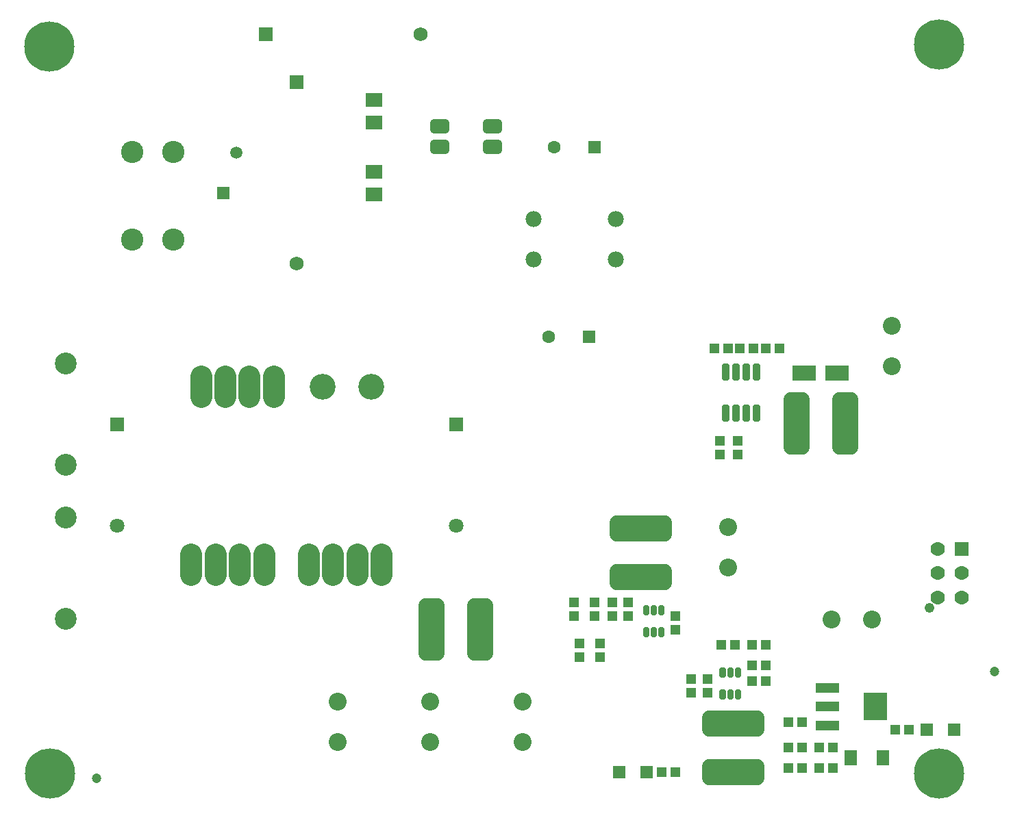
<source format=gbr>
G04 EAGLE Gerber RS-274X export*
G75*
%MOMM*%
%FSLAX34Y34*%
%LPD*%
%INSoldermask Top*%
%IPPOS*%
%AMOC8*
5,1,8,0,0,1.08239X$1,22.5*%
G01*
%ADD10R,1.753200X1.753200*%
%ADD11C,1.753200*%
%ADD12R,1.603200X1.603200*%
%ADD13C,1.603200*%
%ADD14C,2.203200*%
%ADD15R,1.203200X1.303200*%
%ADD16R,1.303200X1.203200*%
%ADD17C,0.981791*%
%ADD18R,1.603200X1.843200*%
%ADD19C,1.203200*%
%ADD20R,2.903200X3.503200*%
%ADD21R,2.903200X1.203200*%
%ADD22C,1.965200*%
%ADD23C,6.203200*%
%ADD24R,2.006200X1.803200*%
%ADD25C,2.703200*%
%ADD26C,3.203200*%
%ADD27C,2.743200*%
%ADD28C,1.223200*%
%ADD29R,1.773200X1.773200*%
%ADD30C,1.773200*%
%ADD31R,1.503200X1.503200*%
%ADD32C,1.503200*%
%ADD33C,1.697694*%
%ADD34R,1.703200X1.703200*%
%ADD35C,1.803200*%
%ADD36C,2.703200*%
%ADD37C,0.506016*%
%ADD38R,2.853200X1.953200*%
%ADD39C,0.563150*%


D10*
X355600Y906250D03*
D11*
X355600Y681250D03*
D12*
X723500Y825500D03*
D13*
X673500Y825500D03*
D12*
X717150Y590550D03*
D13*
X667150Y590550D03*
D14*
X406400Y89300D03*
X406400Y139300D03*
X520700Y89300D03*
X520700Y139300D03*
X635000Y89300D03*
X635000Y139300D03*
D15*
X746150Y245600D03*
X746150Y262600D03*
X765200Y245600D03*
X765200Y262600D03*
X823300Y228500D03*
X823300Y245500D03*
X843280Y167250D03*
X843280Y150250D03*
D16*
X963050Y82550D03*
X980050Y82550D03*
X963050Y114300D03*
X980050Y114300D03*
X963050Y57150D03*
X980050Y57150D03*
X1018150Y57150D03*
X1001150Y57150D03*
X1001150Y82550D03*
X1018150Y82550D03*
D14*
X1016400Y241300D03*
X1066400Y241300D03*
X889000Y305200D03*
X889000Y355200D03*
D15*
X863600Y150250D03*
X863600Y167250D03*
D17*
X604257Y829357D02*
X591043Y829357D01*
X604257Y829357D02*
X604257Y821643D01*
X591043Y821643D01*
X591043Y829357D01*
X591043Y854757D02*
X604257Y854757D01*
X604257Y847043D01*
X591043Y847043D01*
X591043Y854757D01*
X539257Y854757D02*
X526043Y854757D01*
X539257Y854757D02*
X539257Y847043D01*
X526043Y847043D01*
X526043Y854757D01*
X526043Y829357D02*
X539257Y829357D01*
X539257Y821643D01*
X526043Y821643D01*
X526043Y829357D01*
D18*
X1040300Y69850D03*
X1080600Y69850D03*
D19*
X1218520Y176520D03*
D20*
X1070900Y133350D03*
D21*
X1011900Y110350D03*
X1011900Y133350D03*
X1011900Y156350D03*
D22*
X648450Y736200D03*
X648200Y686200D03*
X750050Y736200D03*
X749800Y686200D03*
D23*
X50800Y50800D03*
X50000Y950000D03*
X1149350Y952500D03*
X1149350Y50800D03*
D10*
X317200Y965200D03*
D11*
X508300Y965200D03*
D24*
X450850Y884170D03*
X450850Y855730D03*
X450850Y795270D03*
X450850Y766830D03*
D16*
X730250Y211700D03*
X730250Y194700D03*
X704850Y194700D03*
X704850Y211700D03*
D15*
X897500Y209550D03*
X880500Y209550D03*
X935600Y209550D03*
X918600Y209550D03*
X935600Y165100D03*
X918600Y165100D03*
X918600Y184150D03*
X935600Y184150D03*
D16*
X723900Y262500D03*
X723900Y245500D03*
X698500Y262500D03*
X698500Y245500D03*
D25*
X225400Y296600D02*
X225400Y321600D01*
X255400Y321600D02*
X255400Y296600D01*
X285400Y296600D02*
X285400Y321600D01*
X370400Y321600D02*
X370400Y296600D01*
X315400Y296600D02*
X315400Y321600D01*
X400400Y321600D02*
X400400Y296600D01*
X460400Y296600D02*
X460400Y321600D01*
X267400Y516600D02*
X267400Y541600D01*
X297400Y541600D02*
X297400Y516600D01*
X327400Y516600D02*
X327400Y541600D01*
X237400Y541600D02*
X237400Y516600D01*
D26*
X387400Y529100D03*
D25*
X430400Y321600D02*
X430400Y296600D01*
D26*
X447400Y529100D03*
D27*
X203200Y819150D03*
X152400Y819150D03*
X203200Y711200D03*
X152400Y711200D03*
D28*
X1137900Y255650D03*
D29*
X1177700Y328450D03*
D30*
X1177700Y298450D03*
X1177700Y268450D03*
X1147700Y328450D03*
X1147700Y298450D03*
X1147700Y268450D03*
D31*
X265050Y768750D03*
D32*
X281050Y818750D03*
D33*
X514922Y198572D02*
X529978Y198572D01*
X514922Y198572D02*
X514922Y258628D01*
X529978Y258628D01*
X529978Y198572D01*
X529978Y214700D02*
X514922Y214700D01*
X514922Y230828D02*
X529978Y230828D01*
X529978Y246956D02*
X514922Y246956D01*
X574922Y198572D02*
X589978Y198572D01*
X574922Y198572D02*
X574922Y258628D01*
X589978Y258628D01*
X589978Y198572D01*
X589978Y214700D02*
X574922Y214700D01*
X574922Y230828D02*
X589978Y230828D01*
X589978Y246956D02*
X574922Y246956D01*
X811078Y286322D02*
X811078Y301378D01*
X811078Y286322D02*
X751022Y286322D01*
X751022Y301378D01*
X811078Y301378D01*
X811078Y346322D02*
X811078Y361378D01*
X811078Y346322D02*
X751022Y346322D01*
X751022Y361378D01*
X811078Y361378D01*
X865322Y120078D02*
X865322Y105022D01*
X865322Y120078D02*
X925378Y120078D01*
X925378Y105022D01*
X865322Y105022D01*
X865322Y60078D02*
X865322Y45022D01*
X865322Y60078D02*
X925378Y60078D01*
X925378Y45022D01*
X865322Y45022D01*
D34*
X133350Y482600D03*
D35*
X133350Y357600D03*
D34*
X552450Y482600D03*
D35*
X552450Y357600D03*
D36*
X69850Y557800D03*
X69850Y432800D03*
X69850Y367300D03*
X69850Y242300D03*
D19*
X107950Y44450D03*
D31*
X754000Y52000D03*
X788000Y52000D03*
X1168000Y105000D03*
X1134000Y105000D03*
D15*
X823500Y52000D03*
X806500Y52000D03*
X1095500Y105000D03*
X1112500Y105000D03*
D37*
X807986Y229486D02*
X805014Y229486D01*
X807986Y229486D02*
X807986Y221514D01*
X805014Y221514D01*
X805014Y229486D01*
X805014Y226321D02*
X807986Y226321D01*
X788986Y229486D02*
X786014Y229486D01*
X788986Y229486D02*
X788986Y221514D01*
X786014Y221514D01*
X786014Y229486D01*
X786014Y226321D02*
X788986Y226321D01*
X788986Y256486D02*
X786014Y256486D01*
X788986Y256486D02*
X788986Y248514D01*
X786014Y248514D01*
X786014Y256486D01*
X786014Y253321D02*
X788986Y253321D01*
X795514Y256486D02*
X798486Y256486D01*
X798486Y248514D01*
X795514Y248514D01*
X795514Y256486D01*
X795514Y253321D02*
X798486Y253321D01*
X805014Y256486D02*
X807986Y256486D01*
X807986Y248514D01*
X805014Y248514D01*
X805014Y256486D01*
X805014Y253321D02*
X807986Y253321D01*
X798486Y229486D02*
X795514Y229486D01*
X798486Y229486D02*
X798486Y221514D01*
X795514Y221514D01*
X795514Y229486D01*
X795514Y226321D02*
X798486Y226321D01*
X880664Y171604D02*
X883636Y171604D01*
X880664Y171604D02*
X880664Y179576D01*
X883636Y179576D01*
X883636Y171604D01*
X883636Y176411D02*
X880664Y176411D01*
X899664Y171604D02*
X902636Y171604D01*
X899664Y171604D02*
X899664Y179576D01*
X902636Y179576D01*
X902636Y171604D01*
X902636Y176411D02*
X899664Y176411D01*
X899664Y144604D02*
X902636Y144604D01*
X899664Y144604D02*
X899664Y152576D01*
X902636Y152576D01*
X902636Y144604D01*
X902636Y149411D02*
X899664Y149411D01*
X893136Y144604D02*
X890164Y144604D01*
X890164Y152576D01*
X893136Y152576D01*
X893136Y144604D01*
X893136Y149411D02*
X890164Y149411D01*
X883636Y144604D02*
X880664Y144604D01*
X880664Y152576D01*
X883636Y152576D01*
X883636Y144604D01*
X883636Y149411D02*
X880664Y149411D01*
X890164Y171604D02*
X893136Y171604D01*
X890164Y171604D02*
X890164Y179576D01*
X893136Y179576D01*
X893136Y171604D01*
X893136Y176411D02*
X890164Y176411D01*
D15*
X878840Y444890D03*
X878840Y461890D03*
X935110Y576580D03*
X952110Y576580D03*
X900430Y444890D03*
X900430Y461890D03*
D16*
X888610Y576580D03*
X871610Y576580D03*
D33*
X1025772Y513898D02*
X1040828Y513898D01*
X1040828Y453842D01*
X1025772Y453842D01*
X1025772Y513898D01*
X1025772Y469970D02*
X1040828Y469970D01*
X1040828Y486098D02*
X1025772Y486098D01*
X1025772Y502226D02*
X1040828Y502226D01*
X980828Y513898D02*
X965772Y513898D01*
X980828Y513898D02*
X980828Y453842D01*
X965772Y453842D01*
X965772Y513898D01*
X965772Y469970D02*
X980828Y469970D01*
X980828Y486098D02*
X965772Y486098D01*
X965772Y502226D02*
X980828Y502226D01*
D38*
X983150Y546100D03*
X1023450Y546100D03*
D14*
X1090930Y554120D03*
X1090930Y604120D03*
D39*
X921490Y555070D02*
X921490Y539670D01*
X921490Y555070D02*
X925090Y555070D01*
X925090Y539670D01*
X921490Y539670D01*
X921490Y545020D02*
X925090Y545020D01*
X925090Y550370D02*
X921490Y550370D01*
X908790Y555070D02*
X908790Y539670D01*
X908790Y555070D02*
X912390Y555070D01*
X912390Y539670D01*
X908790Y539670D01*
X908790Y545020D02*
X912390Y545020D01*
X912390Y550370D02*
X908790Y550370D01*
X896090Y555070D02*
X896090Y539670D01*
X896090Y555070D02*
X899690Y555070D01*
X899690Y539670D01*
X896090Y539670D01*
X896090Y545020D02*
X899690Y545020D01*
X899690Y550370D02*
X896090Y550370D01*
X883390Y555070D02*
X883390Y539670D01*
X883390Y555070D02*
X886990Y555070D01*
X886990Y539670D01*
X883390Y539670D01*
X883390Y545020D02*
X886990Y545020D01*
X886990Y550370D02*
X883390Y550370D01*
X883390Y504270D02*
X883390Y488870D01*
X883390Y504270D02*
X886990Y504270D01*
X886990Y488870D01*
X883390Y488870D01*
X883390Y494220D02*
X886990Y494220D01*
X886990Y499570D02*
X883390Y499570D01*
X896090Y504270D02*
X896090Y488870D01*
X896090Y504270D02*
X899690Y504270D01*
X899690Y488870D01*
X896090Y488870D01*
X896090Y494220D02*
X899690Y494220D01*
X899690Y499570D02*
X896090Y499570D01*
X908790Y504270D02*
X908790Y488870D01*
X908790Y504270D02*
X912390Y504270D01*
X912390Y488870D01*
X908790Y488870D01*
X908790Y494220D02*
X912390Y494220D01*
X912390Y499570D02*
X908790Y499570D01*
X921490Y504270D02*
X921490Y488870D01*
X921490Y504270D02*
X925090Y504270D01*
X925090Y488870D01*
X921490Y488870D01*
X921490Y494220D02*
X925090Y494220D01*
X925090Y499570D02*
X921490Y499570D01*
D15*
X903360Y576580D03*
X920360Y576580D03*
M02*

</source>
